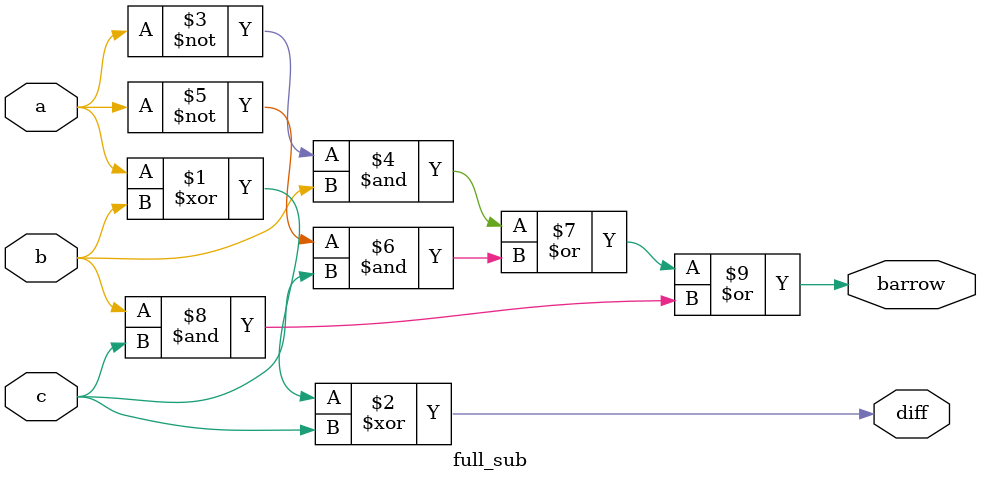
<source format=v>
module full_sub(input a,b,c,output diff,barrow);

assign diff=a^b^c;
assign barrow=(~a&b)|(~a&c)|(b&c);

endmodule

</source>
